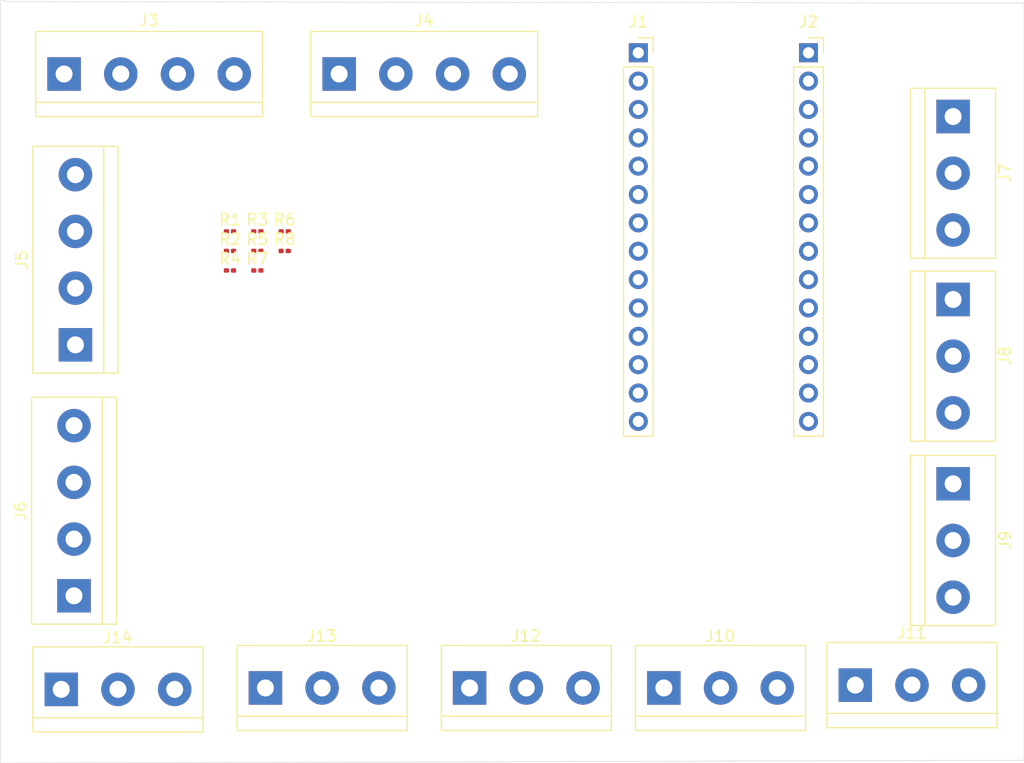
<source format=kicad_pcb>
(kicad_pcb (version 20171130) (host pcbnew "(5.1.10)-1")

  (general
    (thickness 1.6)
    (drawings 5)
    (tracks 0)
    (zones 0)
    (modules 22)
    (nets 28)
  )

  (page A4)
  (layers
    (0 TOP signal)
    (1 GND power)
    (2 3.3V power)
    (31 BOTTOM signal)
    (32 B.Adhes user)
    (33 F.Adhes user)
    (34 B.Paste user)
    (35 F.Paste user)
    (36 B.SilkS user)
    (37 F.SilkS user)
    (38 B.Mask user)
    (39 F.Mask user)
    (40 Dwgs.User user)
    (41 Cmts.User user)
    (42 Eco1.User user)
    (43 Eco2.User user)
    (44 Edge.Cuts user)
    (45 Margin user)
    (46 B.CrtYd user)
    (47 F.CrtYd user)
    (48 B.Fab user)
    (49 F.Fab user)
  )

  (setup
    (last_trace_width 0.25)
    (trace_clearance 0.2)
    (zone_clearance 0.508)
    (zone_45_only no)
    (trace_min 0.2)
    (via_size 0.8)
    (via_drill 0.4)
    (via_min_size 0.4)
    (via_min_drill 0.3)
    (uvia_size 0.3)
    (uvia_drill 0.1)
    (uvias_allowed no)
    (uvia_min_size 0.2)
    (uvia_min_drill 0.1)
    (edge_width 0.05)
    (segment_width 0.2)
    (pcb_text_width 0.3)
    (pcb_text_size 1.5 1.5)
    (mod_edge_width 0.12)
    (mod_text_size 1 1)
    (mod_text_width 0.15)
    (pad_size 1.524 1.524)
    (pad_drill 0.762)
    (pad_to_mask_clearance 0)
    (aux_axis_origin 0 0)
    (visible_elements FFFFFF7F)
    (pcbplotparams
      (layerselection 0x010fc_ffffffff)
      (usegerberextensions false)
      (usegerberattributes true)
      (usegerberadvancedattributes true)
      (creategerberjobfile true)
      (excludeedgelayer true)
      (linewidth 0.100000)
      (plotframeref false)
      (viasonmask false)
      (mode 1)
      (useauxorigin false)
      (hpglpennumber 1)
      (hpglpenspeed 20)
      (hpglpendiameter 15.000000)
      (psnegative false)
      (psa4output false)
      (plotreference true)
      (plotvalue true)
      (plotinvisibletext false)
      (padsonsilk false)
      (subtractmaskfromsilk false)
      (outputformat 1)
      (mirror false)
      (drillshape 1)
      (scaleselection 1)
      (outputdirectory ""))
  )

  (net 0 "")
  (net 1 "Net-(J1-Pad14)")
  (net 2 "Net-(J1-Pad13)")
  (net 3 "Net-(J1-Pad12)")
  (net 4 "Net-(J1-Pad11)")
  (net 5 "Net-(J1-Pad10)")
  (net 6 Encod4_Red)
  (net 7 Encod4_Green)
  (net 8 Encod3_Red)
  (net 9 Encod3_Green)
  (net 10 Encod2_Red)
  (net 11 Encod2_Green)
  (net 12 Encod1_Red)
  (net 13 Encod1_Green)
  (net 14 GND)
  (net 15 +5V)
  (net 16 +3V3)
  (net 17 SDA1)
  (net 18 SCL1)
  (net 19 Electrod_8)
  (net 20 Electrod_7)
  (net 21 Electrod_6)
  (net 22 Electrod_5)
  (net 23 Electrod_4)
  (net 24 Electrod_3)
  (net 25 Electrod_2)
  (net 26 Electrod_1)
  (net 27 "Net-(J2-Pad1)")

  (net_class Default "This is the default net class."
    (clearance 0.2)
    (trace_width 0.25)
    (via_dia 0.8)
    (via_drill 0.4)
    (uvia_dia 0.3)
    (uvia_drill 0.1)
    (add_net +3V3)
    (add_net +5V)
    (add_net Electrod_1)
    (add_net Electrod_2)
    (add_net Electrod_3)
    (add_net Electrod_4)
    (add_net Electrod_5)
    (add_net Electrod_6)
    (add_net Electrod_7)
    (add_net Electrod_8)
    (add_net Encod1_Green)
    (add_net Encod1_Red)
    (add_net Encod2_Green)
    (add_net Encod2_Red)
    (add_net Encod3_Green)
    (add_net Encod3_Red)
    (add_net Encod4_Green)
    (add_net Encod4_Red)
    (add_net GND)
    (add_net "Net-(J1-Pad10)")
    (add_net "Net-(J1-Pad11)")
    (add_net "Net-(J1-Pad12)")
    (add_net "Net-(J1-Pad13)")
    (add_net "Net-(J1-Pad14)")
    (add_net "Net-(J2-Pad1)")
    (add_net SCL1)
    (add_net SDA1)
  )

  (module Resistor_SMD:R_0201_0603Metric (layer TOP) (tedit 5F68FEEE) (tstamp 628EDC80)
    (at 68.781 58.646)
    (descr "Resistor SMD 0201 (0603 Metric), square (rectangular) end terminal, IPC_7351 nominal, (Body size source: https://www.vishay.com/docs/20052/crcw0201e3.pdf), generated with kicad-footprint-generator")
    (tags resistor)
    (path /629FC1EB)
    (attr smd)
    (fp_text reference R8 (at 0 -1.05) (layer F.SilkS)
      (effects (font (size 1 1) (thickness 0.15)))
    )
    (fp_text value 10k (at 0 1.05) (layer F.Fab)
      (effects (font (size 1 1) (thickness 0.15)))
    )
    (fp_text user %R (at 0 -0.68) (layer F.Fab)
      (effects (font (size 0.25 0.25) (thickness 0.04)))
    )
    (fp_line (start -0.3 0.15) (end -0.3 -0.15) (layer F.Fab) (width 0.1))
    (fp_line (start -0.3 -0.15) (end 0.3 -0.15) (layer F.Fab) (width 0.1))
    (fp_line (start 0.3 -0.15) (end 0.3 0.15) (layer F.Fab) (width 0.1))
    (fp_line (start 0.3 0.15) (end -0.3 0.15) (layer F.Fab) (width 0.1))
    (fp_line (start -0.7 0.35) (end -0.7 -0.35) (layer F.CrtYd) (width 0.05))
    (fp_line (start -0.7 -0.35) (end 0.7 -0.35) (layer F.CrtYd) (width 0.05))
    (fp_line (start 0.7 -0.35) (end 0.7 0.35) (layer F.CrtYd) (width 0.05))
    (fp_line (start 0.7 0.35) (end -0.7 0.35) (layer F.CrtYd) (width 0.05))
    (pad 2 smd roundrect (at 0.32 0) (size 0.46 0.4) (layers TOP F.Mask) (roundrect_rratio 0.25)
      (net 6 Encod4_Red))
    (pad 1 smd roundrect (at -0.32 0) (size 0.46 0.4) (layers TOP F.Mask) (roundrect_rratio 0.25)
      (net 15 +5V))
    (pad "" smd roundrect (at 0.345 0) (size 0.318 0.36) (layers F.Paste) (roundrect_rratio 0.25))
    (pad "" smd roundrect (at -0.345 0) (size 0.318 0.36) (layers F.Paste) (roundrect_rratio 0.25))
    (model ${KISYS3DMOD}/Resistor_SMD.3dshapes/R_0201_0603Metric.wrl
      (at (xyz 0 0 0))
      (scale (xyz 1 1 1))
      (rotate (xyz 0 0 0))
    )
  )

  (module Resistor_SMD:R_0201_0603Metric (layer TOP) (tedit 5F68FEEE) (tstamp 628EDC6F)
    (at 66.331 60.396)
    (descr "Resistor SMD 0201 (0603 Metric), square (rectangular) end terminal, IPC_7351 nominal, (Body size source: https://www.vishay.com/docs/20052/crcw0201e3.pdf), generated with kicad-footprint-generator")
    (tags resistor)
    (path /629FC1E5)
    (attr smd)
    (fp_text reference R7 (at 0 -1.05) (layer F.SilkS)
      (effects (font (size 1 1) (thickness 0.15)))
    )
    (fp_text value 10k (at 0 1.05) (layer F.Fab)
      (effects (font (size 1 1) (thickness 0.15)))
    )
    (fp_text user %R (at 0 -0.68) (layer F.Fab)
      (effects (font (size 0.25 0.25) (thickness 0.04)))
    )
    (fp_line (start -0.3 0.15) (end -0.3 -0.15) (layer F.Fab) (width 0.1))
    (fp_line (start -0.3 -0.15) (end 0.3 -0.15) (layer F.Fab) (width 0.1))
    (fp_line (start 0.3 -0.15) (end 0.3 0.15) (layer F.Fab) (width 0.1))
    (fp_line (start 0.3 0.15) (end -0.3 0.15) (layer F.Fab) (width 0.1))
    (fp_line (start -0.7 0.35) (end -0.7 -0.35) (layer F.CrtYd) (width 0.05))
    (fp_line (start -0.7 -0.35) (end 0.7 -0.35) (layer F.CrtYd) (width 0.05))
    (fp_line (start 0.7 -0.35) (end 0.7 0.35) (layer F.CrtYd) (width 0.05))
    (fp_line (start 0.7 0.35) (end -0.7 0.35) (layer F.CrtYd) (width 0.05))
    (pad 2 smd roundrect (at 0.32 0) (size 0.46 0.4) (layers TOP F.Mask) (roundrect_rratio 0.25)
      (net 7 Encod4_Green))
    (pad 1 smd roundrect (at -0.32 0) (size 0.46 0.4) (layers TOP F.Mask) (roundrect_rratio 0.25)
      (net 15 +5V))
    (pad "" smd roundrect (at 0.345 0) (size 0.318 0.36) (layers F.Paste) (roundrect_rratio 0.25))
    (pad "" smd roundrect (at -0.345 0) (size 0.318 0.36) (layers F.Paste) (roundrect_rratio 0.25))
    (model ${KISYS3DMOD}/Resistor_SMD.3dshapes/R_0201_0603Metric.wrl
      (at (xyz 0 0 0))
      (scale (xyz 1 1 1))
      (rotate (xyz 0 0 0))
    )
  )

  (module Resistor_SMD:R_0201_0603Metric (layer TOP) (tedit 5F68FEEE) (tstamp 628EDC5E)
    (at 68.781 56.896)
    (descr "Resistor SMD 0201 (0603 Metric), square (rectangular) end terminal, IPC_7351 nominal, (Body size source: https://www.vishay.com/docs/20052/crcw0201e3.pdf), generated with kicad-footprint-generator")
    (tags resistor)
    (path /629FC1DF)
    (attr smd)
    (fp_text reference R6 (at 0 -1.05) (layer F.SilkS)
      (effects (font (size 1 1) (thickness 0.15)))
    )
    (fp_text value 10k (at 0 1.05) (layer F.Fab)
      (effects (font (size 1 1) (thickness 0.15)))
    )
    (fp_text user %R (at 0 -0.68) (layer F.Fab)
      (effects (font (size 0.25 0.25) (thickness 0.04)))
    )
    (fp_line (start -0.3 0.15) (end -0.3 -0.15) (layer F.Fab) (width 0.1))
    (fp_line (start -0.3 -0.15) (end 0.3 -0.15) (layer F.Fab) (width 0.1))
    (fp_line (start 0.3 -0.15) (end 0.3 0.15) (layer F.Fab) (width 0.1))
    (fp_line (start 0.3 0.15) (end -0.3 0.15) (layer F.Fab) (width 0.1))
    (fp_line (start -0.7 0.35) (end -0.7 -0.35) (layer F.CrtYd) (width 0.05))
    (fp_line (start -0.7 -0.35) (end 0.7 -0.35) (layer F.CrtYd) (width 0.05))
    (fp_line (start 0.7 -0.35) (end 0.7 0.35) (layer F.CrtYd) (width 0.05))
    (fp_line (start 0.7 0.35) (end -0.7 0.35) (layer F.CrtYd) (width 0.05))
    (pad 2 smd roundrect (at 0.32 0) (size 0.46 0.4) (layers TOP F.Mask) (roundrect_rratio 0.25)
      (net 8 Encod3_Red))
    (pad 1 smd roundrect (at -0.32 0) (size 0.46 0.4) (layers TOP F.Mask) (roundrect_rratio 0.25)
      (net 15 +5V))
    (pad "" smd roundrect (at 0.345 0) (size 0.318 0.36) (layers F.Paste) (roundrect_rratio 0.25))
    (pad "" smd roundrect (at -0.345 0) (size 0.318 0.36) (layers F.Paste) (roundrect_rratio 0.25))
    (model ${KISYS3DMOD}/Resistor_SMD.3dshapes/R_0201_0603Metric.wrl
      (at (xyz 0 0 0))
      (scale (xyz 1 1 1))
      (rotate (xyz 0 0 0))
    )
  )

  (module Resistor_SMD:R_0201_0603Metric (layer TOP) (tedit 5F68FEEE) (tstamp 628EDC4D)
    (at 66.331 58.646)
    (descr "Resistor SMD 0201 (0603 Metric), square (rectangular) end terminal, IPC_7351 nominal, (Body size source: https://www.vishay.com/docs/20052/crcw0201e3.pdf), generated with kicad-footprint-generator")
    (tags resistor)
    (path /629FC1D9)
    (attr smd)
    (fp_text reference R5 (at 0 -1.05) (layer F.SilkS)
      (effects (font (size 1 1) (thickness 0.15)))
    )
    (fp_text value 10k (at 0 1.05) (layer F.Fab)
      (effects (font (size 1 1) (thickness 0.15)))
    )
    (fp_text user %R (at 0 -0.68) (layer F.Fab)
      (effects (font (size 0.25 0.25) (thickness 0.04)))
    )
    (fp_line (start -0.3 0.15) (end -0.3 -0.15) (layer F.Fab) (width 0.1))
    (fp_line (start -0.3 -0.15) (end 0.3 -0.15) (layer F.Fab) (width 0.1))
    (fp_line (start 0.3 -0.15) (end 0.3 0.15) (layer F.Fab) (width 0.1))
    (fp_line (start 0.3 0.15) (end -0.3 0.15) (layer F.Fab) (width 0.1))
    (fp_line (start -0.7 0.35) (end -0.7 -0.35) (layer F.CrtYd) (width 0.05))
    (fp_line (start -0.7 -0.35) (end 0.7 -0.35) (layer F.CrtYd) (width 0.05))
    (fp_line (start 0.7 -0.35) (end 0.7 0.35) (layer F.CrtYd) (width 0.05))
    (fp_line (start 0.7 0.35) (end -0.7 0.35) (layer F.CrtYd) (width 0.05))
    (pad 2 smd roundrect (at 0.32 0) (size 0.46 0.4) (layers TOP F.Mask) (roundrect_rratio 0.25)
      (net 9 Encod3_Green))
    (pad 1 smd roundrect (at -0.32 0) (size 0.46 0.4) (layers TOP F.Mask) (roundrect_rratio 0.25)
      (net 15 +5V))
    (pad "" smd roundrect (at 0.345 0) (size 0.318 0.36) (layers F.Paste) (roundrect_rratio 0.25))
    (pad "" smd roundrect (at -0.345 0) (size 0.318 0.36) (layers F.Paste) (roundrect_rratio 0.25))
    (model ${KISYS3DMOD}/Resistor_SMD.3dshapes/R_0201_0603Metric.wrl
      (at (xyz 0 0 0))
      (scale (xyz 1 1 1))
      (rotate (xyz 0 0 0))
    )
  )

  (module Resistor_SMD:R_0201_0603Metric (layer TOP) (tedit 5F68FEEE) (tstamp 628EDC3C)
    (at 63.881 60.396)
    (descr "Resistor SMD 0201 (0603 Metric), square (rectangular) end terminal, IPC_7351 nominal, (Body size source: https://www.vishay.com/docs/20052/crcw0201e3.pdf), generated with kicad-footprint-generator")
    (tags resistor)
    (path /629F14B5)
    (attr smd)
    (fp_text reference R4 (at 0 -1.05) (layer F.SilkS)
      (effects (font (size 1 1) (thickness 0.15)))
    )
    (fp_text value 10k (at 0 1.05) (layer F.Fab)
      (effects (font (size 1 1) (thickness 0.15)))
    )
    (fp_text user %R (at 0 -0.68) (layer F.Fab)
      (effects (font (size 0.25 0.25) (thickness 0.04)))
    )
    (fp_line (start -0.3 0.15) (end -0.3 -0.15) (layer F.Fab) (width 0.1))
    (fp_line (start -0.3 -0.15) (end 0.3 -0.15) (layer F.Fab) (width 0.1))
    (fp_line (start 0.3 -0.15) (end 0.3 0.15) (layer F.Fab) (width 0.1))
    (fp_line (start 0.3 0.15) (end -0.3 0.15) (layer F.Fab) (width 0.1))
    (fp_line (start -0.7 0.35) (end -0.7 -0.35) (layer F.CrtYd) (width 0.05))
    (fp_line (start -0.7 -0.35) (end 0.7 -0.35) (layer F.CrtYd) (width 0.05))
    (fp_line (start 0.7 -0.35) (end 0.7 0.35) (layer F.CrtYd) (width 0.05))
    (fp_line (start 0.7 0.35) (end -0.7 0.35) (layer F.CrtYd) (width 0.05))
    (pad 2 smd roundrect (at 0.32 0) (size 0.46 0.4) (layers TOP F.Mask) (roundrect_rratio 0.25)
      (net 10 Encod2_Red))
    (pad 1 smd roundrect (at -0.32 0) (size 0.46 0.4) (layers TOP F.Mask) (roundrect_rratio 0.25)
      (net 15 +5V))
    (pad "" smd roundrect (at 0.345 0) (size 0.318 0.36) (layers F.Paste) (roundrect_rratio 0.25))
    (pad "" smd roundrect (at -0.345 0) (size 0.318 0.36) (layers F.Paste) (roundrect_rratio 0.25))
    (model ${KISYS3DMOD}/Resistor_SMD.3dshapes/R_0201_0603Metric.wrl
      (at (xyz 0 0 0))
      (scale (xyz 1 1 1))
      (rotate (xyz 0 0 0))
    )
  )

  (module Resistor_SMD:R_0201_0603Metric (layer TOP) (tedit 5F68FEEE) (tstamp 628EDC2B)
    (at 66.331 56.896)
    (descr "Resistor SMD 0201 (0603 Metric), square (rectangular) end terminal, IPC_7351 nominal, (Body size source: https://www.vishay.com/docs/20052/crcw0201e3.pdf), generated with kicad-footprint-generator")
    (tags resistor)
    (path /629F14AF)
    (attr smd)
    (fp_text reference R3 (at 0 -1.05) (layer F.SilkS)
      (effects (font (size 1 1) (thickness 0.15)))
    )
    (fp_text value 10k (at 0 1.05) (layer F.Fab)
      (effects (font (size 1 1) (thickness 0.15)))
    )
    (fp_text user %R (at 0 -0.68) (layer F.Fab)
      (effects (font (size 0.25 0.25) (thickness 0.04)))
    )
    (fp_line (start -0.3 0.15) (end -0.3 -0.15) (layer F.Fab) (width 0.1))
    (fp_line (start -0.3 -0.15) (end 0.3 -0.15) (layer F.Fab) (width 0.1))
    (fp_line (start 0.3 -0.15) (end 0.3 0.15) (layer F.Fab) (width 0.1))
    (fp_line (start 0.3 0.15) (end -0.3 0.15) (layer F.Fab) (width 0.1))
    (fp_line (start -0.7 0.35) (end -0.7 -0.35) (layer F.CrtYd) (width 0.05))
    (fp_line (start -0.7 -0.35) (end 0.7 -0.35) (layer F.CrtYd) (width 0.05))
    (fp_line (start 0.7 -0.35) (end 0.7 0.35) (layer F.CrtYd) (width 0.05))
    (fp_line (start 0.7 0.35) (end -0.7 0.35) (layer F.CrtYd) (width 0.05))
    (pad 2 smd roundrect (at 0.32 0) (size 0.46 0.4) (layers TOP F.Mask) (roundrect_rratio 0.25)
      (net 11 Encod2_Green))
    (pad 1 smd roundrect (at -0.32 0) (size 0.46 0.4) (layers TOP F.Mask) (roundrect_rratio 0.25)
      (net 15 +5V))
    (pad "" smd roundrect (at 0.345 0) (size 0.318 0.36) (layers F.Paste) (roundrect_rratio 0.25))
    (pad "" smd roundrect (at -0.345 0) (size 0.318 0.36) (layers F.Paste) (roundrect_rratio 0.25))
    (model ${KISYS3DMOD}/Resistor_SMD.3dshapes/R_0201_0603Metric.wrl
      (at (xyz 0 0 0))
      (scale (xyz 1 1 1))
      (rotate (xyz 0 0 0))
    )
  )

  (module Resistor_SMD:R_0201_0603Metric (layer TOP) (tedit 5F68FEEE) (tstamp 628EDC1A)
    (at 63.881 58.646)
    (descr "Resistor SMD 0201 (0603 Metric), square (rectangular) end terminal, IPC_7351 nominal, (Body size source: https://www.vishay.com/docs/20052/crcw0201e3.pdf), generated with kicad-footprint-generator")
    (tags resistor)
    (path /629E3BDC)
    (attr smd)
    (fp_text reference R2 (at 0 -1.05) (layer F.SilkS)
      (effects (font (size 1 1) (thickness 0.15)))
    )
    (fp_text value 10k (at 0 1.05) (layer F.Fab)
      (effects (font (size 1 1) (thickness 0.15)))
    )
    (fp_text user %R (at 0 -0.68) (layer F.Fab)
      (effects (font (size 0.25 0.25) (thickness 0.04)))
    )
    (fp_line (start -0.3 0.15) (end -0.3 -0.15) (layer F.Fab) (width 0.1))
    (fp_line (start -0.3 -0.15) (end 0.3 -0.15) (layer F.Fab) (width 0.1))
    (fp_line (start 0.3 -0.15) (end 0.3 0.15) (layer F.Fab) (width 0.1))
    (fp_line (start 0.3 0.15) (end -0.3 0.15) (layer F.Fab) (width 0.1))
    (fp_line (start -0.7 0.35) (end -0.7 -0.35) (layer F.CrtYd) (width 0.05))
    (fp_line (start -0.7 -0.35) (end 0.7 -0.35) (layer F.CrtYd) (width 0.05))
    (fp_line (start 0.7 -0.35) (end 0.7 0.35) (layer F.CrtYd) (width 0.05))
    (fp_line (start 0.7 0.35) (end -0.7 0.35) (layer F.CrtYd) (width 0.05))
    (pad 2 smd roundrect (at 0.32 0) (size 0.46 0.4) (layers TOP F.Mask) (roundrect_rratio 0.25)
      (net 12 Encod1_Red))
    (pad 1 smd roundrect (at -0.32 0) (size 0.46 0.4) (layers TOP F.Mask) (roundrect_rratio 0.25)
      (net 15 +5V))
    (pad "" smd roundrect (at 0.345 0) (size 0.318 0.36) (layers F.Paste) (roundrect_rratio 0.25))
    (pad "" smd roundrect (at -0.345 0) (size 0.318 0.36) (layers F.Paste) (roundrect_rratio 0.25))
    (model ${KISYS3DMOD}/Resistor_SMD.3dshapes/R_0201_0603Metric.wrl
      (at (xyz 0 0 0))
      (scale (xyz 1 1 1))
      (rotate (xyz 0 0 0))
    )
  )

  (module Resistor_SMD:R_0201_0603Metric (layer TOP) (tedit 5F68FEEE) (tstamp 628EDC09)
    (at 63.881 56.896)
    (descr "Resistor SMD 0201 (0603 Metric), square (rectangular) end terminal, IPC_7351 nominal, (Body size source: https://www.vishay.com/docs/20052/crcw0201e3.pdf), generated with kicad-footprint-generator")
    (tags resistor)
    (path /6294897B)
    (attr smd)
    (fp_text reference R1 (at 0 -1.05) (layer F.SilkS)
      (effects (font (size 1 1) (thickness 0.15)))
    )
    (fp_text value 10k (at 0 1.05) (layer F.Fab)
      (effects (font (size 1 1) (thickness 0.15)))
    )
    (fp_text user %R (at 0 -0.68) (layer F.Fab)
      (effects (font (size 0.25 0.25) (thickness 0.04)))
    )
    (fp_line (start -0.3 0.15) (end -0.3 -0.15) (layer F.Fab) (width 0.1))
    (fp_line (start -0.3 -0.15) (end 0.3 -0.15) (layer F.Fab) (width 0.1))
    (fp_line (start 0.3 -0.15) (end 0.3 0.15) (layer F.Fab) (width 0.1))
    (fp_line (start 0.3 0.15) (end -0.3 0.15) (layer F.Fab) (width 0.1))
    (fp_line (start -0.7 0.35) (end -0.7 -0.35) (layer F.CrtYd) (width 0.05))
    (fp_line (start -0.7 -0.35) (end 0.7 -0.35) (layer F.CrtYd) (width 0.05))
    (fp_line (start 0.7 -0.35) (end 0.7 0.35) (layer F.CrtYd) (width 0.05))
    (fp_line (start 0.7 0.35) (end -0.7 0.35) (layer F.CrtYd) (width 0.05))
    (pad 2 smd roundrect (at 0.32 0) (size 0.46 0.4) (layers TOP F.Mask) (roundrect_rratio 0.25)
      (net 13 Encod1_Green))
    (pad 1 smd roundrect (at -0.32 0) (size 0.46 0.4) (layers TOP F.Mask) (roundrect_rratio 0.25)
      (net 15 +5V))
    (pad "" smd roundrect (at 0.345 0) (size 0.318 0.36) (layers F.Paste) (roundrect_rratio 0.25))
    (pad "" smd roundrect (at -0.345 0) (size 0.318 0.36) (layers F.Paste) (roundrect_rratio 0.25))
    (model ${KISYS3DMOD}/Resistor_SMD.3dshapes/R_0201_0603Metric.wrl
      (at (xyz 0 0 0))
      (scale (xyz 1 1 1))
      (rotate (xyz 0 0 0))
    )
  )

  (module TerminalBlock:TerminalBlock_bornier-3_P5.08mm (layer TOP) (tedit 59FF03B9) (tstamp 628ED479)
    (at 48.768 97.917)
    (descr "simple 3-pin terminal block, pitch 5.08mm, revamped version of bornier3")
    (tags "terminal block bornier3")
    (path /629C4F44)
    (fp_text reference J14 (at 5.05 -4.65) (layer F.SilkS)
      (effects (font (size 1 1) (thickness 0.15)))
    )
    (fp_text value Screw_Terminal_01x03 (at 5.08 5.08) (layer F.Fab)
      (effects (font (size 1 1) (thickness 0.15)))
    )
    (fp_text user %R (at 5.08 0) (layer F.Fab)
      (effects (font (size 1 1) (thickness 0.15)))
    )
    (fp_line (start -2.47 2.55) (end 12.63 2.55) (layer F.Fab) (width 0.1))
    (fp_line (start -2.47 -3.75) (end 12.63 -3.75) (layer F.Fab) (width 0.1))
    (fp_line (start 12.63 -3.75) (end 12.63 3.75) (layer F.Fab) (width 0.1))
    (fp_line (start 12.63 3.75) (end -2.47 3.75) (layer F.Fab) (width 0.1))
    (fp_line (start -2.47 3.75) (end -2.47 -3.75) (layer F.Fab) (width 0.1))
    (fp_line (start -2.54 3.81) (end -2.54 -3.81) (layer F.SilkS) (width 0.12))
    (fp_line (start 12.7 3.81) (end 12.7 -3.81) (layer F.SilkS) (width 0.12))
    (fp_line (start -2.54 2.54) (end 12.7 2.54) (layer F.SilkS) (width 0.12))
    (fp_line (start -2.54 -3.81) (end 12.7 -3.81) (layer F.SilkS) (width 0.12))
    (fp_line (start -2.54 3.81) (end 12.7 3.81) (layer F.SilkS) (width 0.12))
    (fp_line (start -2.72 -4) (end 12.88 -4) (layer F.CrtYd) (width 0.05))
    (fp_line (start -2.72 -4) (end -2.72 4) (layer F.CrtYd) (width 0.05))
    (fp_line (start 12.88 4) (end 12.88 -4) (layer F.CrtYd) (width 0.05))
    (fp_line (start 12.88 4) (end -2.72 4) (layer F.CrtYd) (width 0.05))
    (pad 3 thru_hole circle (at 10.16 0) (size 3 3) (drill 1.52) (layers *.Cu *.Mask)
      (net 16 +3V3))
    (pad 2 thru_hole circle (at 5.08 0) (size 3 3) (drill 1.52) (layers *.Cu *.Mask)
      (net 14 GND))
    (pad 1 thru_hole rect (at 0 0) (size 3 3) (drill 1.52) (layers *.Cu *.Mask)
      (net 19 Electrod_8))
    (model ${KISYS3DMOD}/TerminalBlock.3dshapes/TerminalBlock_bornier-3_P5.08mm.wrl
      (offset (xyz 5.079999923706055 0 0))
      (scale (xyz 1 1 1))
      (rotate (xyz 0 0 0))
    )
  )

  (module TerminalBlock:TerminalBlock_bornier-3_P5.08mm (layer TOP) (tedit 59FF03B9) (tstamp 628ED463)
    (at 67.056 97.79)
    (descr "simple 3-pin terminal block, pitch 5.08mm, revamped version of bornier3")
    (tags "terminal block bornier3")
    (path /629C4F2D)
    (fp_text reference J13 (at 5.05 -4.65) (layer F.SilkS)
      (effects (font (size 1 1) (thickness 0.15)))
    )
    (fp_text value Screw_Terminal_01x03 (at 5.08 5.08) (layer F.Fab)
      (effects (font (size 1 1) (thickness 0.15)))
    )
    (fp_text user %R (at 5.08 0) (layer F.Fab)
      (effects (font (size 1 1) (thickness 0.15)))
    )
    (fp_line (start -2.47 2.55) (end 12.63 2.55) (layer F.Fab) (width 0.1))
    (fp_line (start -2.47 -3.75) (end 12.63 -3.75) (layer F.Fab) (width 0.1))
    (fp_line (start 12.63 -3.75) (end 12.63 3.75) (layer F.Fab) (width 0.1))
    (fp_line (start 12.63 3.75) (end -2.47 3.75) (layer F.Fab) (width 0.1))
    (fp_line (start -2.47 3.75) (end -2.47 -3.75) (layer F.Fab) (width 0.1))
    (fp_line (start -2.54 3.81) (end -2.54 -3.81) (layer F.SilkS) (width 0.12))
    (fp_line (start 12.7 3.81) (end 12.7 -3.81) (layer F.SilkS) (width 0.12))
    (fp_line (start -2.54 2.54) (end 12.7 2.54) (layer F.SilkS) (width 0.12))
    (fp_line (start -2.54 -3.81) (end 12.7 -3.81) (layer F.SilkS) (width 0.12))
    (fp_line (start -2.54 3.81) (end 12.7 3.81) (layer F.SilkS) (width 0.12))
    (fp_line (start -2.72 -4) (end 12.88 -4) (layer F.CrtYd) (width 0.05))
    (fp_line (start -2.72 -4) (end -2.72 4) (layer F.CrtYd) (width 0.05))
    (fp_line (start 12.88 4) (end 12.88 -4) (layer F.CrtYd) (width 0.05))
    (fp_line (start 12.88 4) (end -2.72 4) (layer F.CrtYd) (width 0.05))
    (pad 3 thru_hole circle (at 10.16 0) (size 3 3) (drill 1.52) (layers *.Cu *.Mask)
      (net 16 +3V3))
    (pad 2 thru_hole circle (at 5.08 0) (size 3 3) (drill 1.52) (layers *.Cu *.Mask)
      (net 14 GND))
    (pad 1 thru_hole rect (at 0 0) (size 3 3) (drill 1.52) (layers *.Cu *.Mask)
      (net 20 Electrod_7))
    (model ${KISYS3DMOD}/TerminalBlock.3dshapes/TerminalBlock_bornier-3_P5.08mm.wrl
      (offset (xyz 5.079999923706055 0 0))
      (scale (xyz 1 1 1))
      (rotate (xyz 0 0 0))
    )
  )

  (module TerminalBlock:TerminalBlock_bornier-3_P5.08mm (layer TOP) (tedit 59FF03B9) (tstamp 628ED44D)
    (at 85.344 97.79)
    (descr "simple 3-pin terminal block, pitch 5.08mm, revamped version of bornier3")
    (tags "terminal block bornier3")
    (path /629C4F16)
    (fp_text reference J12 (at 5.05 -4.65) (layer F.SilkS)
      (effects (font (size 1 1) (thickness 0.15)))
    )
    (fp_text value Screw_Terminal_01x03 (at 5.08 5.08) (layer F.Fab)
      (effects (font (size 1 1) (thickness 0.15)))
    )
    (fp_text user %R (at 5.08 0) (layer F.Fab)
      (effects (font (size 1 1) (thickness 0.15)))
    )
    (fp_line (start -2.47 2.55) (end 12.63 2.55) (layer F.Fab) (width 0.1))
    (fp_line (start -2.47 -3.75) (end 12.63 -3.75) (layer F.Fab) (width 0.1))
    (fp_line (start 12.63 -3.75) (end 12.63 3.75) (layer F.Fab) (width 0.1))
    (fp_line (start 12.63 3.75) (end -2.47 3.75) (layer F.Fab) (width 0.1))
    (fp_line (start -2.47 3.75) (end -2.47 -3.75) (layer F.Fab) (width 0.1))
    (fp_line (start -2.54 3.81) (end -2.54 -3.81) (layer F.SilkS) (width 0.12))
    (fp_line (start 12.7 3.81) (end 12.7 -3.81) (layer F.SilkS) (width 0.12))
    (fp_line (start -2.54 2.54) (end 12.7 2.54) (layer F.SilkS) (width 0.12))
    (fp_line (start -2.54 -3.81) (end 12.7 -3.81) (layer F.SilkS) (width 0.12))
    (fp_line (start -2.54 3.81) (end 12.7 3.81) (layer F.SilkS) (width 0.12))
    (fp_line (start -2.72 -4) (end 12.88 -4) (layer F.CrtYd) (width 0.05))
    (fp_line (start -2.72 -4) (end -2.72 4) (layer F.CrtYd) (width 0.05))
    (fp_line (start 12.88 4) (end 12.88 -4) (layer F.CrtYd) (width 0.05))
    (fp_line (start 12.88 4) (end -2.72 4) (layer F.CrtYd) (width 0.05))
    (pad 3 thru_hole circle (at 10.16 0) (size 3 3) (drill 1.52) (layers *.Cu *.Mask)
      (net 16 +3V3))
    (pad 2 thru_hole circle (at 5.08 0) (size 3 3) (drill 1.52) (layers *.Cu *.Mask)
      (net 14 GND))
    (pad 1 thru_hole rect (at 0 0) (size 3 3) (drill 1.52) (layers *.Cu *.Mask)
      (net 21 Electrod_6))
    (model ${KISYS3DMOD}/TerminalBlock.3dshapes/TerminalBlock_bornier-3_P5.08mm.wrl
      (offset (xyz 5.079999923706055 0 0))
      (scale (xyz 1 1 1))
      (rotate (xyz 0 0 0))
    )
  )

  (module TerminalBlock:TerminalBlock_bornier-3_P5.08mm (layer TOP) (tedit 59FF03B9) (tstamp 628ED437)
    (at 119.888 97.536)
    (descr "simple 3-pin terminal block, pitch 5.08mm, revamped version of bornier3")
    (tags "terminal block bornier3")
    (path /629C4EFF)
    (fp_text reference J11 (at 5.05 -4.65) (layer F.SilkS)
      (effects (font (size 1 1) (thickness 0.15)))
    )
    (fp_text value Screw_Terminal_01x03 (at 5.08 5.08) (layer F.Fab)
      (effects (font (size 1 1) (thickness 0.15)))
    )
    (fp_text user %R (at 5.08 0) (layer F.Fab)
      (effects (font (size 1 1) (thickness 0.15)))
    )
    (fp_line (start -2.47 2.55) (end 12.63 2.55) (layer F.Fab) (width 0.1))
    (fp_line (start -2.47 -3.75) (end 12.63 -3.75) (layer F.Fab) (width 0.1))
    (fp_line (start 12.63 -3.75) (end 12.63 3.75) (layer F.Fab) (width 0.1))
    (fp_line (start 12.63 3.75) (end -2.47 3.75) (layer F.Fab) (width 0.1))
    (fp_line (start -2.47 3.75) (end -2.47 -3.75) (layer F.Fab) (width 0.1))
    (fp_line (start -2.54 3.81) (end -2.54 -3.81) (layer F.SilkS) (width 0.12))
    (fp_line (start 12.7 3.81) (end 12.7 -3.81) (layer F.SilkS) (width 0.12))
    (fp_line (start -2.54 2.54) (end 12.7 2.54) (layer F.SilkS) (width 0.12))
    (fp_line (start -2.54 -3.81) (end 12.7 -3.81) (layer F.SilkS) (width 0.12))
    (fp_line (start -2.54 3.81) (end 12.7 3.81) (layer F.SilkS) (width 0.12))
    (fp_line (start -2.72 -4) (end 12.88 -4) (layer F.CrtYd) (width 0.05))
    (fp_line (start -2.72 -4) (end -2.72 4) (layer F.CrtYd) (width 0.05))
    (fp_line (start 12.88 4) (end 12.88 -4) (layer F.CrtYd) (width 0.05))
    (fp_line (start 12.88 4) (end -2.72 4) (layer F.CrtYd) (width 0.05))
    (pad 3 thru_hole circle (at 10.16 0) (size 3 3) (drill 1.52) (layers *.Cu *.Mask)
      (net 16 +3V3))
    (pad 2 thru_hole circle (at 5.08 0) (size 3 3) (drill 1.52) (layers *.Cu *.Mask)
      (net 14 GND))
    (pad 1 thru_hole rect (at 0 0) (size 3 3) (drill 1.52) (layers *.Cu *.Mask)
      (net 22 Electrod_5))
    (model ${KISYS3DMOD}/TerminalBlock.3dshapes/TerminalBlock_bornier-3_P5.08mm.wrl
      (offset (xyz 5.079999923706055 0 0))
      (scale (xyz 1 1 1))
      (rotate (xyz 0 0 0))
    )
  )

  (module TerminalBlock:TerminalBlock_bornier-3_P5.08mm (layer TOP) (tedit 59FF03B9) (tstamp 628ED421)
    (at 102.743 97.79)
    (descr "simple 3-pin terminal block, pitch 5.08mm, revamped version of bornier3")
    (tags "terminal block bornier3")
    (path /629B7D65)
    (fp_text reference J10 (at 5.05 -4.65) (layer F.SilkS)
      (effects (font (size 1 1) (thickness 0.15)))
    )
    (fp_text value Screw_Terminal_01x03 (at 5.08 5.08) (layer F.Fab)
      (effects (font (size 1 1) (thickness 0.15)))
    )
    (fp_text user %R (at 5.08 0) (layer F.Fab)
      (effects (font (size 1 1) (thickness 0.15)))
    )
    (fp_line (start -2.47 2.55) (end 12.63 2.55) (layer F.Fab) (width 0.1))
    (fp_line (start -2.47 -3.75) (end 12.63 -3.75) (layer F.Fab) (width 0.1))
    (fp_line (start 12.63 -3.75) (end 12.63 3.75) (layer F.Fab) (width 0.1))
    (fp_line (start 12.63 3.75) (end -2.47 3.75) (layer F.Fab) (width 0.1))
    (fp_line (start -2.47 3.75) (end -2.47 -3.75) (layer F.Fab) (width 0.1))
    (fp_line (start -2.54 3.81) (end -2.54 -3.81) (layer F.SilkS) (width 0.12))
    (fp_line (start 12.7 3.81) (end 12.7 -3.81) (layer F.SilkS) (width 0.12))
    (fp_line (start -2.54 2.54) (end 12.7 2.54) (layer F.SilkS) (width 0.12))
    (fp_line (start -2.54 -3.81) (end 12.7 -3.81) (layer F.SilkS) (width 0.12))
    (fp_line (start -2.54 3.81) (end 12.7 3.81) (layer F.SilkS) (width 0.12))
    (fp_line (start -2.72 -4) (end 12.88 -4) (layer F.CrtYd) (width 0.05))
    (fp_line (start -2.72 -4) (end -2.72 4) (layer F.CrtYd) (width 0.05))
    (fp_line (start 12.88 4) (end 12.88 -4) (layer F.CrtYd) (width 0.05))
    (fp_line (start 12.88 4) (end -2.72 4) (layer F.CrtYd) (width 0.05))
    (pad 3 thru_hole circle (at 10.16 0) (size 3 3) (drill 1.52) (layers *.Cu *.Mask)
      (net 16 +3V3))
    (pad 2 thru_hole circle (at 5.08 0) (size 3 3) (drill 1.52) (layers *.Cu *.Mask)
      (net 14 GND))
    (pad 1 thru_hole rect (at 0 0) (size 3 3) (drill 1.52) (layers *.Cu *.Mask)
      (net 23 Electrod_4))
    (model ${KISYS3DMOD}/TerminalBlock.3dshapes/TerminalBlock_bornier-3_P5.08mm.wrl
      (offset (xyz 5.079999923706055 0 0))
      (scale (xyz 1 1 1))
      (rotate (xyz 0 0 0))
    )
  )

  (module TerminalBlock:TerminalBlock_bornier-3_P5.08mm (layer TOP) (tedit 59FF03B9) (tstamp 628ED40B)
    (at 128.651 79.502 270)
    (descr "simple 3-pin terminal block, pitch 5.08mm, revamped version of bornier3")
    (tags "terminal block bornier3")
    (path /629B3BA7)
    (fp_text reference J9 (at 5.05 -4.65 90) (layer F.SilkS)
      (effects (font (size 1 1) (thickness 0.15)))
    )
    (fp_text value Screw_Terminal_01x03 (at 5.08 5.08 90) (layer F.Fab)
      (effects (font (size 1 1) (thickness 0.15)))
    )
    (fp_text user %R (at 5.08 0 90) (layer F.Fab)
      (effects (font (size 1 1) (thickness 0.15)))
    )
    (fp_line (start -2.47 2.55) (end 12.63 2.55) (layer F.Fab) (width 0.1))
    (fp_line (start -2.47 -3.75) (end 12.63 -3.75) (layer F.Fab) (width 0.1))
    (fp_line (start 12.63 -3.75) (end 12.63 3.75) (layer F.Fab) (width 0.1))
    (fp_line (start 12.63 3.75) (end -2.47 3.75) (layer F.Fab) (width 0.1))
    (fp_line (start -2.47 3.75) (end -2.47 -3.75) (layer F.Fab) (width 0.1))
    (fp_line (start -2.54 3.81) (end -2.54 -3.81) (layer F.SilkS) (width 0.12))
    (fp_line (start 12.7 3.81) (end 12.7 -3.81) (layer F.SilkS) (width 0.12))
    (fp_line (start -2.54 2.54) (end 12.7 2.54) (layer F.SilkS) (width 0.12))
    (fp_line (start -2.54 -3.81) (end 12.7 -3.81) (layer F.SilkS) (width 0.12))
    (fp_line (start -2.54 3.81) (end 12.7 3.81) (layer F.SilkS) (width 0.12))
    (fp_line (start -2.72 -4) (end 12.88 -4) (layer F.CrtYd) (width 0.05))
    (fp_line (start -2.72 -4) (end -2.72 4) (layer F.CrtYd) (width 0.05))
    (fp_line (start 12.88 4) (end 12.88 -4) (layer F.CrtYd) (width 0.05))
    (fp_line (start 12.88 4) (end -2.72 4) (layer F.CrtYd) (width 0.05))
    (pad 3 thru_hole circle (at 10.16 0 270) (size 3 3) (drill 1.52) (layers *.Cu *.Mask)
      (net 16 +3V3))
    (pad 2 thru_hole circle (at 5.08 0 270) (size 3 3) (drill 1.52) (layers *.Cu *.Mask)
      (net 14 GND))
    (pad 1 thru_hole rect (at 0 0 270) (size 3 3) (drill 1.52) (layers *.Cu *.Mask)
      (net 24 Electrod_3))
    (model ${KISYS3DMOD}/TerminalBlock.3dshapes/TerminalBlock_bornier-3_P5.08mm.wrl
      (offset (xyz 5.079999923706055 0 0))
      (scale (xyz 1 1 1))
      (rotate (xyz 0 0 0))
    )
  )

  (module TerminalBlock:TerminalBlock_bornier-3_P5.08mm (layer TOP) (tedit 59FF03B9) (tstamp 628ED3F5)
    (at 128.651 62.992 270)
    (descr "simple 3-pin terminal block, pitch 5.08mm, revamped version of bornier3")
    (tags "terminal block bornier3")
    (path /629B0E5D)
    (fp_text reference J8 (at 5.05 -4.65 90) (layer F.SilkS)
      (effects (font (size 1 1) (thickness 0.15)))
    )
    (fp_text value Screw_Terminal_01x03 (at 5.08 5.08 90) (layer F.Fab)
      (effects (font (size 1 1) (thickness 0.15)))
    )
    (fp_text user %R (at 5.08 0 90) (layer F.Fab)
      (effects (font (size 1 1) (thickness 0.15)))
    )
    (fp_line (start -2.47 2.55) (end 12.63 2.55) (layer F.Fab) (width 0.1))
    (fp_line (start -2.47 -3.75) (end 12.63 -3.75) (layer F.Fab) (width 0.1))
    (fp_line (start 12.63 -3.75) (end 12.63 3.75) (layer F.Fab) (width 0.1))
    (fp_line (start 12.63 3.75) (end -2.47 3.75) (layer F.Fab) (width 0.1))
    (fp_line (start -2.47 3.75) (end -2.47 -3.75) (layer F.Fab) (width 0.1))
    (fp_line (start -2.54 3.81) (end -2.54 -3.81) (layer F.SilkS) (width 0.12))
    (fp_line (start 12.7 3.81) (end 12.7 -3.81) (layer F.SilkS) (width 0.12))
    (fp_line (start -2.54 2.54) (end 12.7 2.54) (layer F.SilkS) (width 0.12))
    (fp_line (start -2.54 -3.81) (end 12.7 -3.81) (layer F.SilkS) (width 0.12))
    (fp_line (start -2.54 3.81) (end 12.7 3.81) (layer F.SilkS) (width 0.12))
    (fp_line (start -2.72 -4) (end 12.88 -4) (layer F.CrtYd) (width 0.05))
    (fp_line (start -2.72 -4) (end -2.72 4) (layer F.CrtYd) (width 0.05))
    (fp_line (start 12.88 4) (end 12.88 -4) (layer F.CrtYd) (width 0.05))
    (fp_line (start 12.88 4) (end -2.72 4) (layer F.CrtYd) (width 0.05))
    (pad 3 thru_hole circle (at 10.16 0 270) (size 3 3) (drill 1.52) (layers *.Cu *.Mask)
      (net 16 +3V3))
    (pad 2 thru_hole circle (at 5.08 0 270) (size 3 3) (drill 1.52) (layers *.Cu *.Mask)
      (net 14 GND))
    (pad 1 thru_hole rect (at 0 0 270) (size 3 3) (drill 1.52) (layers *.Cu *.Mask)
      (net 25 Electrod_2))
    (model ${KISYS3DMOD}/TerminalBlock.3dshapes/TerminalBlock_bornier-3_P5.08mm.wrl
      (offset (xyz 5.079999923706055 0 0))
      (scale (xyz 1 1 1))
      (rotate (xyz 0 0 0))
    )
  )

  (module TerminalBlock:TerminalBlock_bornier-3_P5.08mm (layer TOP) (tedit 59FF03B9) (tstamp 628ED3DF)
    (at 128.651 46.609 270)
    (descr "simple 3-pin terminal block, pitch 5.08mm, revamped version of bornier3")
    (tags "terminal block bornier3")
    (path /62992A67)
    (fp_text reference J7 (at 5.05 -4.65 90) (layer F.SilkS)
      (effects (font (size 1 1) (thickness 0.15)))
    )
    (fp_text value Screw_Terminal_01x03 (at 5.08 5.08 90) (layer F.Fab)
      (effects (font (size 1 1) (thickness 0.15)))
    )
    (fp_text user %R (at 5.08 0 90) (layer F.Fab)
      (effects (font (size 1 1) (thickness 0.15)))
    )
    (fp_line (start -2.47 2.55) (end 12.63 2.55) (layer F.Fab) (width 0.1))
    (fp_line (start -2.47 -3.75) (end 12.63 -3.75) (layer F.Fab) (width 0.1))
    (fp_line (start 12.63 -3.75) (end 12.63 3.75) (layer F.Fab) (width 0.1))
    (fp_line (start 12.63 3.75) (end -2.47 3.75) (layer F.Fab) (width 0.1))
    (fp_line (start -2.47 3.75) (end -2.47 -3.75) (layer F.Fab) (width 0.1))
    (fp_line (start -2.54 3.81) (end -2.54 -3.81) (layer F.SilkS) (width 0.12))
    (fp_line (start 12.7 3.81) (end 12.7 -3.81) (layer F.SilkS) (width 0.12))
    (fp_line (start -2.54 2.54) (end 12.7 2.54) (layer F.SilkS) (width 0.12))
    (fp_line (start -2.54 -3.81) (end 12.7 -3.81) (layer F.SilkS) (width 0.12))
    (fp_line (start -2.54 3.81) (end 12.7 3.81) (layer F.SilkS) (width 0.12))
    (fp_line (start -2.72 -4) (end 12.88 -4) (layer F.CrtYd) (width 0.05))
    (fp_line (start -2.72 -4) (end -2.72 4) (layer F.CrtYd) (width 0.05))
    (fp_line (start 12.88 4) (end 12.88 -4) (layer F.CrtYd) (width 0.05))
    (fp_line (start 12.88 4) (end -2.72 4) (layer F.CrtYd) (width 0.05))
    (pad 3 thru_hole circle (at 10.16 0 270) (size 3 3) (drill 1.52) (layers *.Cu *.Mask)
      (net 16 +3V3))
    (pad 2 thru_hole circle (at 5.08 0 270) (size 3 3) (drill 1.52) (layers *.Cu *.Mask)
      (net 14 GND))
    (pad 1 thru_hole rect (at 0 0 270) (size 3 3) (drill 1.52) (layers *.Cu *.Mask)
      (net 26 Electrod_1))
    (model ${KISYS3DMOD}/TerminalBlock.3dshapes/TerminalBlock_bornier-3_P5.08mm.wrl
      (offset (xyz 5.079999923706055 0 0))
      (scale (xyz 1 1 1))
      (rotate (xyz 0 0 0))
    )
  )

  (module TerminalBlock:TerminalBlock_bornier-4_P5.08mm (layer TOP) (tedit 59FF03D1) (tstamp 628ED3C9)
    (at 49.911 89.535 90)
    (descr "simple 4-pin terminal block, pitch 5.08mm, revamped version of bornier4")
    (tags "terminal block bornier4")
    (path /6297DA4D)
    (fp_text reference J6 (at 7.6 -4.8 90) (layer F.SilkS)
      (effects (font (size 1 1) (thickness 0.15)))
    )
    (fp_text value Screw_Terminal_01x04 (at 7.6 4.75 90) (layer F.Fab)
      (effects (font (size 1 1) (thickness 0.15)))
    )
    (fp_line (start 17.97 4) (end -2.73 4) (layer F.CrtYd) (width 0.05))
    (fp_line (start 17.97 4) (end 17.97 -4) (layer F.CrtYd) (width 0.05))
    (fp_line (start -2.73 -4) (end -2.73 4) (layer F.CrtYd) (width 0.05))
    (fp_line (start -2.73 -4) (end 17.97 -4) (layer F.CrtYd) (width 0.05))
    (fp_line (start -2.54 3.81) (end 17.78 3.81) (layer F.SilkS) (width 0.12))
    (fp_line (start -2.54 -3.81) (end 17.78 -3.81) (layer F.SilkS) (width 0.12))
    (fp_line (start 17.78 2.54) (end -2.54 2.54) (layer F.SilkS) (width 0.12))
    (fp_line (start 17.78 3.81) (end 17.78 -3.81) (layer F.SilkS) (width 0.12))
    (fp_line (start -2.54 -3.81) (end -2.54 3.81) (layer F.SilkS) (width 0.12))
    (fp_line (start 17.72 3.75) (end -2.43 3.75) (layer F.Fab) (width 0.1))
    (fp_line (start 17.72 -3.75) (end 17.72 3.75) (layer F.Fab) (width 0.1))
    (fp_line (start -2.48 -3.75) (end 17.72 -3.75) (layer F.Fab) (width 0.1))
    (fp_line (start -2.48 3.75) (end -2.48 -3.75) (layer F.Fab) (width 0.1))
    (fp_line (start -2.43 3.75) (end -2.48 3.75) (layer F.Fab) (width 0.1))
    (fp_line (start -2.48 2.55) (end 17.72 2.55) (layer F.Fab) (width 0.1))
    (fp_text user %R (at 7.62 0 90) (layer F.Fab)
      (effects (font (size 1 1) (thickness 0.15)))
    )
    (pad 2 thru_hole circle (at 5.08 0 90) (size 3 3) (drill 1.52) (layers *.Cu *.Mask)
      (net 6 Encod4_Red))
    (pad 3 thru_hole circle (at 10.16 0 90) (size 3 3) (drill 1.52) (layers *.Cu *.Mask)
      (net 14 GND))
    (pad 1 thru_hole rect (at 0 0 90) (size 3 3) (drill 1.52) (layers *.Cu *.Mask)
      (net 7 Encod4_Green))
    (pad 4 thru_hole circle (at 15.24 0 90) (size 3 3) (drill 1.52) (layers *.Cu *.Mask)
      (net 15 +5V))
    (model ${KISYS3DMOD}/TerminalBlock.3dshapes/TerminalBlock_bornier-4_P5.08mm.wrl
      (offset (xyz 7.619999885559082 0 0))
      (scale (xyz 1 1 1))
      (rotate (xyz 0 0 0))
    )
  )

  (module TerminalBlock:TerminalBlock_bornier-4_P5.08mm (layer TOP) (tedit 59FF03D1) (tstamp 628ED3B1)
    (at 50.038 67.056 90)
    (descr "simple 4-pin terminal block, pitch 5.08mm, revamped version of bornier4")
    (tags "terminal block bornier4")
    (path /6297DA16)
    (fp_text reference J5 (at 7.6 -4.8 90) (layer F.SilkS)
      (effects (font (size 1 1) (thickness 0.15)))
    )
    (fp_text value Screw_Terminal_01x04 (at 7.6 4.75 90) (layer F.Fab)
      (effects (font (size 1 1) (thickness 0.15)))
    )
    (fp_text user %R (at 7.62 0 90) (layer F.Fab)
      (effects (font (size 1 1) (thickness 0.15)))
    )
    (fp_line (start -2.48 2.55) (end 17.72 2.55) (layer F.Fab) (width 0.1))
    (fp_line (start -2.43 3.75) (end -2.48 3.75) (layer F.Fab) (width 0.1))
    (fp_line (start -2.48 3.75) (end -2.48 -3.75) (layer F.Fab) (width 0.1))
    (fp_line (start -2.48 -3.75) (end 17.72 -3.75) (layer F.Fab) (width 0.1))
    (fp_line (start 17.72 -3.75) (end 17.72 3.75) (layer F.Fab) (width 0.1))
    (fp_line (start 17.72 3.75) (end -2.43 3.75) (layer F.Fab) (width 0.1))
    (fp_line (start -2.54 -3.81) (end -2.54 3.81) (layer F.SilkS) (width 0.12))
    (fp_line (start 17.78 3.81) (end 17.78 -3.81) (layer F.SilkS) (width 0.12))
    (fp_line (start 17.78 2.54) (end -2.54 2.54) (layer F.SilkS) (width 0.12))
    (fp_line (start -2.54 -3.81) (end 17.78 -3.81) (layer F.SilkS) (width 0.12))
    (fp_line (start -2.54 3.81) (end 17.78 3.81) (layer F.SilkS) (width 0.12))
    (fp_line (start -2.73 -4) (end 17.97 -4) (layer F.CrtYd) (width 0.05))
    (fp_line (start -2.73 -4) (end -2.73 4) (layer F.CrtYd) (width 0.05))
    (fp_line (start 17.97 4) (end 17.97 -4) (layer F.CrtYd) (width 0.05))
    (fp_line (start 17.97 4) (end -2.73 4) (layer F.CrtYd) (width 0.05))
    (pad 4 thru_hole circle (at 15.24 0 90) (size 3 3) (drill 1.52) (layers *.Cu *.Mask)
      (net 15 +5V))
    (pad 1 thru_hole rect (at 0 0 90) (size 3 3) (drill 1.52) (layers *.Cu *.Mask)
      (net 9 Encod3_Green))
    (pad 3 thru_hole circle (at 10.16 0 90) (size 3 3) (drill 1.52) (layers *.Cu *.Mask)
      (net 14 GND))
    (pad 2 thru_hole circle (at 5.08 0 90) (size 3 3) (drill 1.52) (layers *.Cu *.Mask)
      (net 8 Encod3_Red))
    (model ${KISYS3DMOD}/TerminalBlock.3dshapes/TerminalBlock_bornier-4_P5.08mm.wrl
      (offset (xyz 7.619999885559082 0 0))
      (scale (xyz 1 1 1))
      (rotate (xyz 0 0 0))
    )
  )

  (module TerminalBlock:TerminalBlock_bornier-4_P5.08mm (layer TOP) (tedit 59FF03D1) (tstamp 628ED399)
    (at 73.66 42.799)
    (descr "simple 4-pin terminal block, pitch 5.08mm, revamped version of bornier4")
    (tags "terminal block bornier4")
    (path /62962B8E)
    (fp_text reference J4 (at 7.6 -4.8) (layer F.SilkS)
      (effects (font (size 1 1) (thickness 0.15)))
    )
    (fp_text value Screw_Terminal_01x04 (at 7.6 4.75) (layer F.Fab)
      (effects (font (size 1 1) (thickness 0.15)))
    )
    (fp_text user %R (at 7.62 0) (layer F.Fab)
      (effects (font (size 1 1) (thickness 0.15)))
    )
    (fp_line (start -2.48 2.55) (end 17.72 2.55) (layer F.Fab) (width 0.1))
    (fp_line (start -2.43 3.75) (end -2.48 3.75) (layer F.Fab) (width 0.1))
    (fp_line (start -2.48 3.75) (end -2.48 -3.75) (layer F.Fab) (width 0.1))
    (fp_line (start -2.48 -3.75) (end 17.72 -3.75) (layer F.Fab) (width 0.1))
    (fp_line (start 17.72 -3.75) (end 17.72 3.75) (layer F.Fab) (width 0.1))
    (fp_line (start 17.72 3.75) (end -2.43 3.75) (layer F.Fab) (width 0.1))
    (fp_line (start -2.54 -3.81) (end -2.54 3.81) (layer F.SilkS) (width 0.12))
    (fp_line (start 17.78 3.81) (end 17.78 -3.81) (layer F.SilkS) (width 0.12))
    (fp_line (start 17.78 2.54) (end -2.54 2.54) (layer F.SilkS) (width 0.12))
    (fp_line (start -2.54 -3.81) (end 17.78 -3.81) (layer F.SilkS) (width 0.12))
    (fp_line (start -2.54 3.81) (end 17.78 3.81) (layer F.SilkS) (width 0.12))
    (fp_line (start -2.73 -4) (end 17.97 -4) (layer F.CrtYd) (width 0.05))
    (fp_line (start -2.73 -4) (end -2.73 4) (layer F.CrtYd) (width 0.05))
    (fp_line (start 17.97 4) (end 17.97 -4) (layer F.CrtYd) (width 0.05))
    (fp_line (start 17.97 4) (end -2.73 4) (layer F.CrtYd) (width 0.05))
    (pad 4 thru_hole circle (at 15.24 0) (size 3 3) (drill 1.52) (layers *.Cu *.Mask)
      (net 15 +5V))
    (pad 1 thru_hole rect (at 0 0) (size 3 3) (drill 1.52) (layers *.Cu *.Mask)
      (net 11 Encod2_Green))
    (pad 3 thru_hole circle (at 10.16 0) (size 3 3) (drill 1.52) (layers *.Cu *.Mask)
      (net 14 GND))
    (pad 2 thru_hole circle (at 5.08 0) (size 3 3) (drill 1.52) (layers *.Cu *.Mask)
      (net 10 Encod2_Red))
    (model ${KISYS3DMOD}/TerminalBlock.3dshapes/TerminalBlock_bornier-4_P5.08mm.wrl
      (offset (xyz 7.619999885559082 0 0))
      (scale (xyz 1 1 1))
      (rotate (xyz 0 0 0))
    )
  )

  (module TerminalBlock:TerminalBlock_bornier-4_P5.08mm (layer TOP) (tedit 59FF03D1) (tstamp 628ED381)
    (at 49.022 42.799)
    (descr "simple 4-pin terminal block, pitch 5.08mm, revamped version of bornier4")
    (tags "terminal block bornier4")
    (path /6291C460)
    (fp_text reference J3 (at 7.6 -4.8) (layer F.SilkS)
      (effects (font (size 1 1) (thickness 0.15)))
    )
    (fp_text value Screw_Terminal_01x04 (at 7.6 4.75) (layer F.Fab)
      (effects (font (size 1 1) (thickness 0.15)))
    )
    (fp_text user %R (at 7.62 0) (layer F.Fab)
      (effects (font (size 1 1) (thickness 0.15)))
    )
    (fp_line (start -2.48 2.55) (end 17.72 2.55) (layer F.Fab) (width 0.1))
    (fp_line (start -2.43 3.75) (end -2.48 3.75) (layer F.Fab) (width 0.1))
    (fp_line (start -2.48 3.75) (end -2.48 -3.75) (layer F.Fab) (width 0.1))
    (fp_line (start -2.48 -3.75) (end 17.72 -3.75) (layer F.Fab) (width 0.1))
    (fp_line (start 17.72 -3.75) (end 17.72 3.75) (layer F.Fab) (width 0.1))
    (fp_line (start 17.72 3.75) (end -2.43 3.75) (layer F.Fab) (width 0.1))
    (fp_line (start -2.54 -3.81) (end -2.54 3.81) (layer F.SilkS) (width 0.12))
    (fp_line (start 17.78 3.81) (end 17.78 -3.81) (layer F.SilkS) (width 0.12))
    (fp_line (start 17.78 2.54) (end -2.54 2.54) (layer F.SilkS) (width 0.12))
    (fp_line (start -2.54 -3.81) (end 17.78 -3.81) (layer F.SilkS) (width 0.12))
    (fp_line (start -2.54 3.81) (end 17.78 3.81) (layer F.SilkS) (width 0.12))
    (fp_line (start -2.73 -4) (end 17.97 -4) (layer F.CrtYd) (width 0.05))
    (fp_line (start -2.73 -4) (end -2.73 4) (layer F.CrtYd) (width 0.05))
    (fp_line (start 17.97 4) (end 17.97 -4) (layer F.CrtYd) (width 0.05))
    (fp_line (start 17.97 4) (end -2.73 4) (layer F.CrtYd) (width 0.05))
    (pad 4 thru_hole circle (at 15.24 0) (size 3 3) (drill 1.52) (layers *.Cu *.Mask)
      (net 15 +5V))
    (pad 1 thru_hole rect (at 0 0) (size 3 3) (drill 1.52) (layers *.Cu *.Mask)
      (net 13 Encod1_Green))
    (pad 3 thru_hole circle (at 10.16 0) (size 3 3) (drill 1.52) (layers *.Cu *.Mask)
      (net 14 GND))
    (pad 2 thru_hole circle (at 5.08 0) (size 3 3) (drill 1.52) (layers *.Cu *.Mask)
      (net 12 Encod1_Red))
    (model ${KISYS3DMOD}/TerminalBlock.3dshapes/TerminalBlock_bornier-4_P5.08mm.wrl
      (offset (xyz 7.619999885559082 0 0))
      (scale (xyz 1 1 1))
      (rotate (xyz 0 0 0))
    )
  )

  (module Connector_PinSocket_2.54mm:PinSocket_1x14_P2.54mm_Vertical (layer TOP) (tedit 5A19A434) (tstamp 628ED369)
    (at 115.697 40.894)
    (descr "Through hole straight socket strip, 1x14, 2.54mm pitch, single row (from Kicad 4.0.7), script generated")
    (tags "Through hole socket strip THT 1x14 2.54mm single row")
    (path /628ECDF0)
    (fp_text reference J2 (at 0 -2.77) (layer F.SilkS)
      (effects (font (size 1 1) (thickness 0.15)))
    )
    (fp_text value Conn_01x14 (at 0 35.79) (layer F.Fab)
      (effects (font (size 1 1) (thickness 0.15)))
    )
    (fp_text user %R (at 0 16.51 90) (layer F.Fab)
      (effects (font (size 1 1) (thickness 0.15)))
    )
    (fp_line (start -1.27 -1.27) (end 0.635 -1.27) (layer F.Fab) (width 0.1))
    (fp_line (start 0.635 -1.27) (end 1.27 -0.635) (layer F.Fab) (width 0.1))
    (fp_line (start 1.27 -0.635) (end 1.27 34.29) (layer F.Fab) (width 0.1))
    (fp_line (start 1.27 34.29) (end -1.27 34.29) (layer F.Fab) (width 0.1))
    (fp_line (start -1.27 34.29) (end -1.27 -1.27) (layer F.Fab) (width 0.1))
    (fp_line (start -1.33 1.27) (end 1.33 1.27) (layer F.SilkS) (width 0.12))
    (fp_line (start -1.33 1.27) (end -1.33 34.35) (layer F.SilkS) (width 0.12))
    (fp_line (start -1.33 34.35) (end 1.33 34.35) (layer F.SilkS) (width 0.12))
    (fp_line (start 1.33 1.27) (end 1.33 34.35) (layer F.SilkS) (width 0.12))
    (fp_line (start 1.33 -1.33) (end 1.33 0) (layer F.SilkS) (width 0.12))
    (fp_line (start 0 -1.33) (end 1.33 -1.33) (layer F.SilkS) (width 0.12))
    (fp_line (start -1.8 -1.8) (end 1.75 -1.8) (layer F.CrtYd) (width 0.05))
    (fp_line (start 1.75 -1.8) (end 1.75 34.8) (layer F.CrtYd) (width 0.05))
    (fp_line (start 1.75 34.8) (end -1.8 34.8) (layer F.CrtYd) (width 0.05))
    (fp_line (start -1.8 34.8) (end -1.8 -1.8) (layer F.CrtYd) (width 0.05))
    (pad 14 thru_hole oval (at 0 33.02) (size 1.7 1.7) (drill 1) (layers *.Cu *.Mask)
      (net 15 +5V))
    (pad 13 thru_hole oval (at 0 30.48) (size 1.7 1.7) (drill 1) (layers *.Cu *.Mask)
      (net 14 GND))
    (pad 12 thru_hole oval (at 0 27.94) (size 1.7 1.7) (drill 1) (layers *.Cu *.Mask)
      (net 16 +3V3))
    (pad 11 thru_hole oval (at 0 25.4) (size 1.7 1.7) (drill 1) (layers *.Cu *.Mask)
      (net 17 SDA1))
    (pad 10 thru_hole oval (at 0 22.86) (size 1.7 1.7) (drill 1) (layers *.Cu *.Mask)
      (net 18 SCL1))
    (pad 9 thru_hole oval (at 0 20.32) (size 1.7 1.7) (drill 1) (layers *.Cu *.Mask)
      (net 19 Electrod_8))
    (pad 8 thru_hole oval (at 0 17.78) (size 1.7 1.7) (drill 1) (layers *.Cu *.Mask)
      (net 20 Electrod_7))
    (pad 7 thru_hole oval (at 0 15.24) (size 1.7 1.7) (drill 1) (layers *.Cu *.Mask)
      (net 21 Electrod_6))
    (pad 6 thru_hole oval (at 0 12.7) (size 1.7 1.7) (drill 1) (layers *.Cu *.Mask)
      (net 22 Electrod_5))
    (pad 5 thru_hole oval (at 0 10.16) (size 1.7 1.7) (drill 1) (layers *.Cu *.Mask)
      (net 23 Electrod_4))
    (pad 4 thru_hole oval (at 0 7.62) (size 1.7 1.7) (drill 1) (layers *.Cu *.Mask)
      (net 24 Electrod_3))
    (pad 3 thru_hole oval (at 0 5.08) (size 1.7 1.7) (drill 1) (layers *.Cu *.Mask)
      (net 25 Electrod_2))
    (pad 2 thru_hole oval (at 0 2.54) (size 1.7 1.7) (drill 1) (layers *.Cu *.Mask)
      (net 26 Electrod_1))
    (pad 1 thru_hole rect (at 0 0) (size 1.7 1.7) (drill 1) (layers *.Cu *.Mask)
      (net 27 "Net-(J2-Pad1)"))
    (model ${KISYS3DMOD}/Connector_PinSocket_2.54mm.3dshapes/PinSocket_1x14_P2.54mm_Vertical.wrl
      (at (xyz 0 0 0))
      (scale (xyz 1 1 1))
      (rotate (xyz 0 0 0))
    )
  )

  (module Connector_PinSocket_2.54mm:PinSocket_1x14_P2.54mm_Vertical (layer TOP) (tedit 5A19A434) (tstamp 628ED347)
    (at 100.457 40.894)
    (descr "Through hole straight socket strip, 1x14, 2.54mm pitch, single row (from Kicad 4.0.7), script generated")
    (tags "Through hole socket strip THT 1x14 2.54mm single row")
    (path /628EBC9B)
    (fp_text reference J1 (at 0 -2.77) (layer F.SilkS)
      (effects (font (size 1 1) (thickness 0.15)))
    )
    (fp_text value Conn_01x14 (at 0 35.79) (layer F.Fab)
      (effects (font (size 1 1) (thickness 0.15)))
    )
    (fp_text user %R (at 0 16.51 90) (layer F.Fab)
      (effects (font (size 1 1) (thickness 0.15)))
    )
    (fp_line (start -1.27 -1.27) (end 0.635 -1.27) (layer F.Fab) (width 0.1))
    (fp_line (start 0.635 -1.27) (end 1.27 -0.635) (layer F.Fab) (width 0.1))
    (fp_line (start 1.27 -0.635) (end 1.27 34.29) (layer F.Fab) (width 0.1))
    (fp_line (start 1.27 34.29) (end -1.27 34.29) (layer F.Fab) (width 0.1))
    (fp_line (start -1.27 34.29) (end -1.27 -1.27) (layer F.Fab) (width 0.1))
    (fp_line (start -1.33 1.27) (end 1.33 1.27) (layer F.SilkS) (width 0.12))
    (fp_line (start -1.33 1.27) (end -1.33 34.35) (layer F.SilkS) (width 0.12))
    (fp_line (start -1.33 34.35) (end 1.33 34.35) (layer F.SilkS) (width 0.12))
    (fp_line (start 1.33 1.27) (end 1.33 34.35) (layer F.SilkS) (width 0.12))
    (fp_line (start 1.33 -1.33) (end 1.33 0) (layer F.SilkS) (width 0.12))
    (fp_line (start 0 -1.33) (end 1.33 -1.33) (layer F.SilkS) (width 0.12))
    (fp_line (start -1.8 -1.8) (end 1.75 -1.8) (layer F.CrtYd) (width 0.05))
    (fp_line (start 1.75 -1.8) (end 1.75 34.8) (layer F.CrtYd) (width 0.05))
    (fp_line (start 1.75 34.8) (end -1.8 34.8) (layer F.CrtYd) (width 0.05))
    (fp_line (start -1.8 34.8) (end -1.8 -1.8) (layer F.CrtYd) (width 0.05))
    (pad 14 thru_hole oval (at 0 33.02) (size 1.7 1.7) (drill 1) (layers *.Cu *.Mask)
      (net 1 "Net-(J1-Pad14)"))
    (pad 13 thru_hole oval (at 0 30.48) (size 1.7 1.7) (drill 1) (layers *.Cu *.Mask)
      (net 2 "Net-(J1-Pad13)"))
    (pad 12 thru_hole oval (at 0 27.94) (size 1.7 1.7) (drill 1) (layers *.Cu *.Mask)
      (net 3 "Net-(J1-Pad12)"))
    (pad 11 thru_hole oval (at 0 25.4) (size 1.7 1.7) (drill 1) (layers *.Cu *.Mask)
      (net 4 "Net-(J1-Pad11)"))
    (pad 10 thru_hole oval (at 0 22.86) (size 1.7 1.7) (drill 1) (layers *.Cu *.Mask)
      (net 5 "Net-(J1-Pad10)"))
    (pad 9 thru_hole oval (at 0 20.32) (size 1.7 1.7) (drill 1) (layers *.Cu *.Mask)
      (net 6 Encod4_Red))
    (pad 8 thru_hole oval (at 0 17.78) (size 1.7 1.7) (drill 1) (layers *.Cu *.Mask)
      (net 7 Encod4_Green))
    (pad 7 thru_hole oval (at 0 15.24) (size 1.7 1.7) (drill 1) (layers *.Cu *.Mask)
      (net 8 Encod3_Red))
    (pad 6 thru_hole oval (at 0 12.7) (size 1.7 1.7) (drill 1) (layers *.Cu *.Mask)
      (net 9 Encod3_Green))
    (pad 5 thru_hole oval (at 0 10.16) (size 1.7 1.7) (drill 1) (layers *.Cu *.Mask)
      (net 10 Encod2_Red))
    (pad 4 thru_hole oval (at 0 7.62) (size 1.7 1.7) (drill 1) (layers *.Cu *.Mask)
      (net 11 Encod2_Green))
    (pad 3 thru_hole oval (at 0 5.08) (size 1.7 1.7) (drill 1) (layers *.Cu *.Mask)
      (net 12 Encod1_Red))
    (pad 2 thru_hole oval (at 0 2.54) (size 1.7 1.7) (drill 1) (layers *.Cu *.Mask)
      (net 13 Encod1_Green))
    (pad 1 thru_hole rect (at 0 0) (size 1.7 1.7) (drill 1) (layers *.Cu *.Mask)
      (net 14 GND))
    (model ${KISYS3DMOD}/Connector_PinSocket_2.54mm.3dshapes/PinSocket_1x14_P2.54mm_Vertical.wrl
      (at (xyz 0 0 0))
      (scale (xyz 1 1 1))
      (rotate (xyz 0 0 0))
    )
  )

  (gr_line (start 43.307 36.195) (end 44.069 36.322) (layer Edge.Cuts) (width 0.05) (tstamp 628EEC5B))
  (gr_line (start 43.307 104.521) (end 43.307 36.322) (layer Edge.Cuts) (width 0.05))
  (gr_line (start 135.001 104.267) (end 43.307 104.521) (layer Edge.Cuts) (width 0.05))
  (gr_line (start 135.001 36.449) (end 135.001 104.267) (layer Edge.Cuts) (width 0.05))
  (gr_line (start 44.069 36.322) (end 135.001 36.449) (layer Edge.Cuts) (width 0.05))

)

</source>
